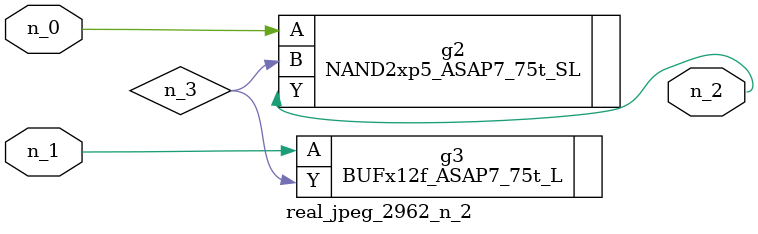
<source format=v>
module real_jpeg_2962_n_2 (n_1, n_0, n_2);

input n_1;
input n_0;

output n_2;

wire n_3;

NAND2xp5_ASAP7_75t_SL g2 ( 
.A(n_0),
.B(n_3),
.Y(n_2)
);

BUFx12f_ASAP7_75t_L g3 ( 
.A(n_1),
.Y(n_3)
);


endmodule
</source>
